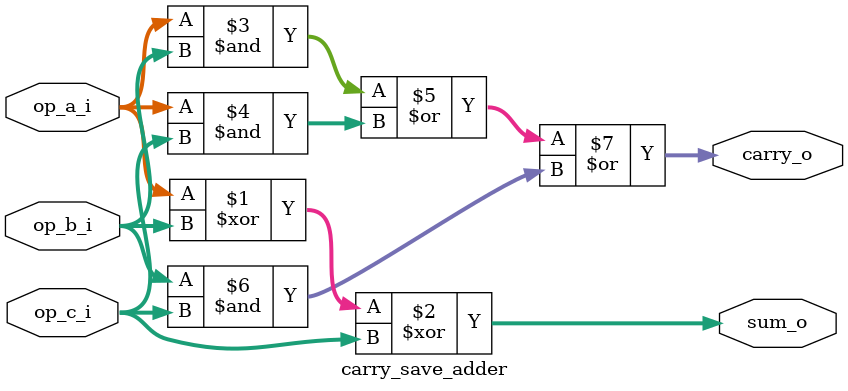
<source format=sv>
module carry_save_adder (
    input  logic [31:0] op_a_i,
    input  logic [31:0] op_b_i,
    input  logic [31:0] op_c_i,
    output logic [31:0] sum_o,
    output logic [31:0] carry_o
);

    // create output vectors from three inputs
    assign sum_o = op_a_i ^ op_b_i ^ op_c_i;
    assign carry_o = (op_a_i & op_b_i) | (op_a_i & op_c_i) | (op_b_i & op_c_i);

endmodule
</source>
